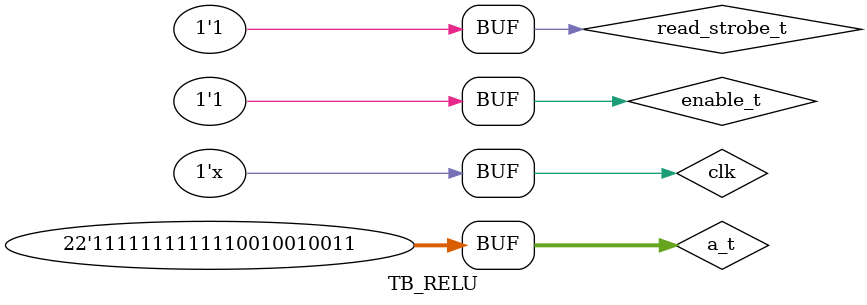
<source format=v>

`timescale 1ns / 1ps

module TB_RELU;

reg [21:0] a_t;
reg clk;
reg enable_t;
reg read_strobe_t;
wire [21:0] out_t;
wire write_strobe_t;


RELU1 uut(
 .a(a_t),
 .clk(clk),
 .enable(enable_t),
 .read_strobe(read_strobe_t),
 .out(out_t),
 .write_strobe(write_strobe_t)
   );

always #5 clk=~clk;
initial begin
            
           enable_t = 1;
           clk = 0;
           read_strobe_t=1;
           #10;
           a_t = -22'd869;
           #10;
           a_t = 22'd869;
           #10;
           a_t = -22'd877;
   end
endmodule




</source>
